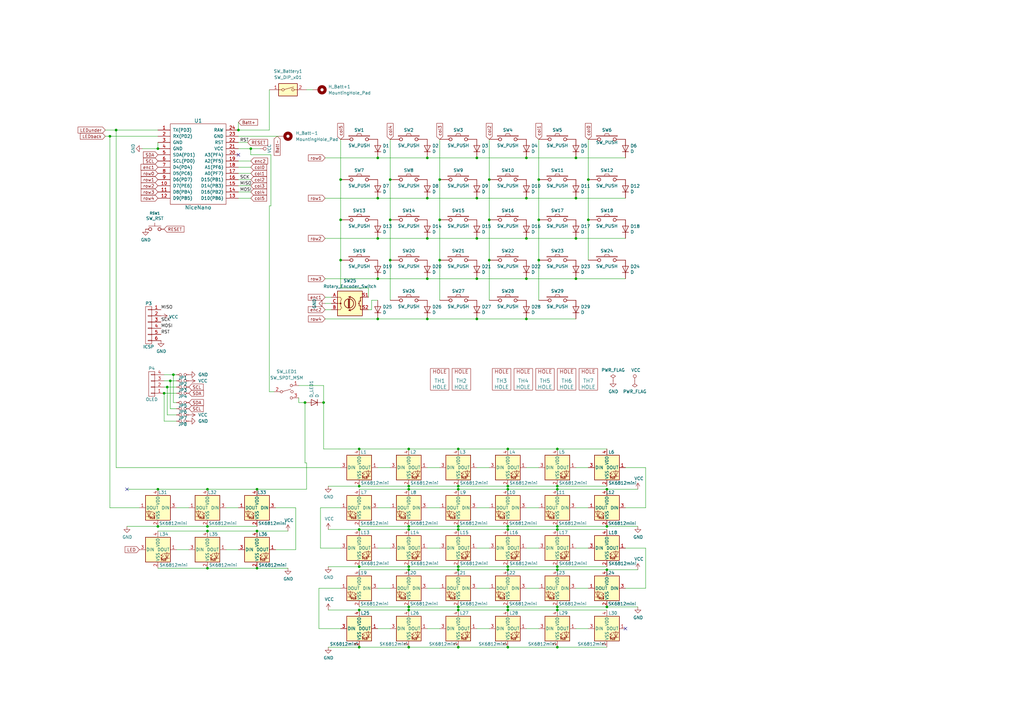
<source format=kicad_sch>
(kicad_sch (version 20211123) (generator eeschema)
  (paper "A3")
  (junction (at 187.96 199.39))
  (junction (at 228.6 233.68))
  (junction (at 228.6 265.43))
  (junction (at 154.94 81.28))
  (junction (at 187.96 232.41))
  (junction (at 228.6 250.19))
  (junction (at 154.94 114.3))
  (junction (at 187.96 233.68))
  (junction (at 215.9 114.3))
  (junction (at 45.085 55.88))
  (junction (at 105.41 200.66))
  (junction (at 220.98 106.68))
  (junction (at 187.96 250.19))
  (junction (at 85.09 215.9))
  (junction (at 187.96 215.9))
  (junction (at 236.22 114.3))
  (junction (at 175.26 81.28))
  (junction (at 208.28 248.92))
  (junction (at 208.28 233.68))
  (junction (at 85.09 233.045))
  (junction (at 85.09 200.66))
  (junction (at 180.34 73.66))
  (junction (at 228.6 200.66))
  (junction (at 187.96 200.66))
  (junction (at 228.6 199.39))
  (junction (at 167.64 233.68))
  (junction (at 248.92 215.9))
  (junction (at 167.64 199.39))
  (junction (at 102.87 60.96))
  (junction (at 208.28 217.17))
  (junction (at 200.66 73.66))
  (junction (at 175.26 130.81))
  (junction (at 200.66 90.17))
  (junction (at 147.32 250.19))
  (junction (at 154.94 97.79))
  (junction (at 228.6 232.41))
  (junction (at 175.26 64.77))
  (junction (at 236.22 64.77))
  (junction (at 187.96 248.92))
  (junction (at 47.625 53.34))
  (junction (at 147.32 265.43))
  (junction (at 105.41 217.805))
  (junction (at 195.58 64.77))
  (junction (at 215.9 130.81))
  (junction (at 167.64 250.19))
  (junction (at 167.64 265.43))
  (junction (at 241.3 73.66))
  (junction (at 147.32 217.17))
  (junction (at 71.12 153.67))
  (junction (at 208.28 215.9))
  (junction (at 228.6 248.92))
  (junction (at 175.26 114.3))
  (junction (at 228.6 215.9))
  (junction (at 167.64 215.9))
  (junction (at 147.32 184.15))
  (junction (at 208.28 200.66))
  (junction (at 236.22 97.79))
  (junction (at 248.92 200.66))
  (junction (at 215.9 64.77))
  (junction (at 228.6 217.17))
  (junction (at 187.96 217.17))
  (junction (at 248.92 233.68))
  (junction (at 67.31 161.29))
  (junction (at 220.98 90.17))
  (junction (at 200.66 106.68))
  (junction (at 175.26 97.79))
  (junction (at 97.79 53.34))
  (junction (at 125.095 165.1))
  (junction (at 139.7 73.66))
  (junction (at 147.32 199.39))
  (junction (at 167.64 248.92))
  (junction (at 147.32 232.41))
  (junction (at 241.3 90.17))
  (junction (at 187.96 184.15))
  (junction (at 154.94 130.81))
  (junction (at 64.77 215.9))
  (junction (at 208.28 250.19))
  (junction (at 220.98 73.66))
  (junction (at 215.9 97.79))
  (junction (at 195.58 81.28))
  (junction (at 208.28 232.41))
  (junction (at 85.09 217.805))
  (junction (at 105.41 233.045))
  (junction (at 68.58 158.75))
  (junction (at 139.7 90.17))
  (junction (at 208.28 199.39))
  (junction (at 167.64 200.66))
  (junction (at 248.92 248.92))
  (junction (at 154.94 64.77))
  (junction (at 64.77 60.96))
  (junction (at 64.77 200.66))
  (junction (at 160.02 73.66))
  (junction (at 195.58 97.79))
  (junction (at 167.64 184.15))
  (junction (at 180.34 106.68))
  (junction (at 160.02 106.68))
  (junction (at 69.85 156.21))
  (junction (at 167.64 217.17))
  (junction (at 208.28 184.15))
  (junction (at 215.9 81.28))
  (junction (at 195.58 130.81))
  (junction (at 236.22 81.28))
  (junction (at 208.28 265.43))
  (junction (at 195.58 114.3))
  (junction (at 132.715 165.1))
  (junction (at 167.64 232.41))
  (junction (at 160.02 90.17))
  (junction (at 228.6 184.15))
  (junction (at 180.34 90.17))
  (junction (at 139.7 106.68))
  (junction (at 187.96 265.43))
  (no_connect (at 97.79 63.5))
  (no_connect (at 52.07 200.66))
  (no_connect (at 256.54 257.81))
  (wire (pts (xy 154.94 97.79) (xy 133.35 97.79)))
  (wire (pts (xy 215.9 130.81) (xy 236.22 130.81)))
  (wire (pts (xy 72.39 165.1) (xy 71.12 165.1)))
  (wire (pts (xy 133.35 127) (xy 135.89 127)))
  (wire (pts (xy 208.28 215.9) (xy 228.6 215.9)))
  (wire (pts (xy 248.92 233.68) (xy 261.62 233.68)))
  (wire (pts (xy 187.96 265.43) (xy 208.28 265.43)))
  (wire (pts (xy 187.96 233.68) (xy 208.28 233.68)))
  (wire (pts (xy 167.64 233.68) (xy 187.96 233.68)))
  (wire (pts (xy 180.34 73.66) (xy 180.34 90.17)))
  (wire (pts (xy 187.96 232.41) (xy 208.28 232.41)))
  (wire (pts (xy 71.12 153.67) (xy 71.12 165.1)))
  (wire (pts (xy 208.28 248.92) (xy 228.6 248.92)))
  (wire (pts (xy 236.22 257.81) (xy 241.3 257.81)))
  (wire (pts (xy 133.35 130.81) (xy 154.94 130.81)))
  (wire (pts (xy 152.4 127) (xy 152.4 123.19)))
  (wire (pts (xy 154.94 241.3) (xy 160.02 241.3)))
  (wire (pts (xy 139.7 106.68) (xy 139.7 118.11)))
  (wire (pts (xy 147.32 200.66) (xy 167.64 200.66)))
  (wire (pts (xy 236.22 241.3) (xy 241.3 241.3)))
  (wire (pts (xy 228.6 248.92) (xy 248.92 248.92)))
  (wire (pts (xy 154.94 257.81) (xy 160.02 257.81)))
  (wire (pts (xy 154.94 208.28) (xy 160.02 208.28)))
  (wire (pts (xy 228.6 265.43) (xy 248.92 265.43)))
  (wire (pts (xy 228.6 232.41) (xy 248.92 232.41)))
  (wire (pts (xy 175.26 97.79) (xy 154.94 97.79)))
  (wire (pts (xy 147.32 265.43) (xy 167.64 265.43)))
  (wire (pts (xy 111.125 63.5) (xy 102.87 63.5)))
  (wire (pts (xy 147.32 184.15) (xy 167.64 184.15)))
  (wire (pts (xy 195.58 97.79) (xy 215.9 97.79)))
  (wire (pts (xy 241.3 73.66) (xy 241.3 57.15)))
  (wire (pts (xy 167.64 248.92) (xy 147.32 248.92)))
  (wire (pts (xy 228.6 184.15) (xy 248.92 184.15)))
  (wire (pts (xy 47.625 191.77) (xy 139.7 191.77)))
  (wire (pts (xy 97.79 53.34) (xy 110.49 53.34)))
  (wire (pts (xy 208.28 232.41) (xy 228.6 232.41)))
  (wire (pts (xy 97.79 73.66) (xy 102.87 73.66)))
  (wire (pts (xy 208.28 200.66) (xy 228.6 200.66)))
  (wire (pts (xy 154.94 114.3) (xy 133.35 114.3)))
  (wire (pts (xy 102.87 81.28) (xy 97.79 81.28)))
  (wire (pts (xy 122.555 158.115) (xy 132.715 158.115)))
  (wire (pts (xy 175.26 208.28) (xy 180.34 208.28)))
  (wire (pts (xy 215.9 81.28) (xy 236.22 81.28)))
  (wire (pts (xy 195.58 241.3) (xy 200.66 241.3)))
  (wire (pts (xy 64.77 58.42) (xy 64.77 60.96)))
  (wire (pts (xy 152.4 123.19) (xy 154.94 123.19)))
  (wire (pts (xy 105.41 200.66) (xy 125.73 200.66)))
  (wire (pts (xy 236.22 97.79) (xy 256.54 97.79)))
  (wire (pts (xy 132.715 158.115) (xy 132.715 165.1)))
  (wire (pts (xy 241.3 90.17) (xy 241.3 73.66)))
  (wire (pts (xy 215.9 208.28) (xy 220.98 208.28)))
  (wire (pts (xy 130.81 257.81) (xy 139.7 257.81)))
  (wire (pts (xy 208.28 199.39) (xy 228.6 199.39)))
  (wire (pts (xy 122.555 163.195) (xy 122.555 165.1)))
  (wire (pts (xy 175.26 114.3) (xy 195.58 114.3)))
  (wire (pts (xy 175.26 81.28) (xy 195.58 81.28)))
  (wire (pts (xy 132.715 165.1) (xy 132.715 184.15)))
  (wire (pts (xy 134.62 265.43) (xy 147.32 265.43)))
  (wire (pts (xy 45.085 55.88) (xy 64.77 55.88)))
  (wire (pts (xy 175.26 224.79) (xy 180.34 224.79)))
  (wire (pts (xy 85.09 217.805) (xy 64.77 217.805)))
  (wire (pts (xy 131.445 208.28) (xy 131.445 224.79)))
  (wire (pts (xy 139.7 208.28) (xy 131.445 208.28)))
  (wire (pts (xy 45.085 208.28) (xy 57.15 208.28)))
  (wire (pts (xy 236.22 64.77) (xy 256.54 64.77)))
  (wire (pts (xy 187.96 217.17) (xy 208.28 217.17)))
  (wire (pts (xy 228.6 199.39) (xy 248.92 199.39)))
  (wire (pts (xy 167.64 184.15) (xy 187.96 184.15)))
  (wire (pts (xy 134.62 232.41) (xy 147.32 232.41)))
  (wire (pts (xy 160.02 106.68) (xy 160.02 123.19)))
  (wire (pts (xy 105.41 217.805) (xy 85.09 217.805)))
  (wire (pts (xy 220.98 57.15) (xy 220.98 73.66)))
  (wire (pts (xy 110.49 160.655) (xy 112.395 160.655)))
  (wire (pts (xy 175.26 64.77) (xy 195.58 64.77)))
  (wire (pts (xy 236.22 191.77) (xy 241.3 191.77)))
  (wire (pts (xy 236.22 81.28) (xy 256.54 81.28)))
  (wire (pts (xy 105.41 217.805) (xy 118.11 217.805)))
  (wire (pts (xy 85.09 215.9) (xy 105.41 215.9)))
  (wire (pts (xy 68.58 158.75) (xy 72.39 158.75)))
  (wire (pts (xy 175.26 81.28) (xy 154.94 81.28)))
  (wire (pts (xy 167.64 200.66) (xy 187.96 200.66)))
  (wire (pts (xy 114.3 55.88) (xy 97.79 55.88)))
  (wire (pts (xy 167.64 232.41) (xy 187.96 232.41)))
  (wire (pts (xy 208.28 233.68) (xy 228.6 233.68)))
  (wire (pts (xy 97.79 68.58) (xy 102.87 68.58)))
  (wire (pts (xy 102.87 71.12) (xy 97.79 71.12)))
  (wire (pts (xy 154.94 224.79) (xy 160.02 224.79)))
  (wire (pts (xy 47.625 53.34) (xy 47.625 191.77)))
  (wire (pts (xy 106.68 60.96) (xy 102.87 60.96)))
  (wire (pts (xy 248.92 200.66) (xy 261.62 200.66)))
  (wire (pts (xy 220.98 106.68) (xy 220.98 90.17)))
  (wire (pts (xy 187.96 199.39) (xy 208.28 199.39)))
  (wire (pts (xy 175.26 241.3) (xy 180.34 241.3)))
  (wire (pts (xy 175.26 64.77) (xy 154.94 64.77)))
  (wire (pts (xy 180.34 57.15) (xy 180.34 73.66)))
  (wire (pts (xy 236.22 224.79) (xy 241.3 224.79)))
  (wire (pts (xy 187.96 265.43) (xy 167.64 265.43)))
  (wire (pts (xy 47.625 53.34) (xy 64.77 53.34)))
  (wire (pts (xy 67.31 156.21) (xy 69.85 156.21)))
  (wire (pts (xy 160.02 73.66) (xy 160.02 90.17)))
  (wire (pts (xy 215.9 224.79) (xy 220.98 224.79)))
  (wire (pts (xy 92.71 225.425) (xy 97.79 225.425)))
  (wire (pts (xy 151.13 121.92) (xy 151.13 118.11)))
  (wire (pts (xy 72.39 225.425) (xy 77.47 225.425)))
  (wire (pts (xy 175.26 130.81) (xy 195.58 130.81)))
  (wire (pts (xy 208.28 217.17) (xy 228.6 217.17)))
  (wire (pts (xy 72.39 170.18) (xy 68.58 170.18)))
  (wire (pts (xy 195.58 257.81) (xy 200.66 257.81)))
  (wire (pts (xy 122.555 165.1) (xy 125.095 165.1)))
  (wire (pts (xy 85.09 200.66) (xy 105.41 200.66)))
  (wire (pts (xy 64.77 200.66) (xy 85.09 200.66)))
  (wire (pts (xy 67.31 161.29) (xy 67.31 172.72)))
  (wire (pts (xy 215.9 97.79) (xy 236.22 97.79)))
  (wire (pts (xy 167.64 217.17) (xy 187.96 217.17)))
  (wire (pts (xy 85.09 233.045) (xy 64.77 233.045)))
  (wire (pts (xy 200.66 73.66) (xy 200.66 90.17)))
  (wire (pts (xy 228.6 217.17) (xy 248.92 217.17)))
  (wire (pts (xy 69.85 167.64) (xy 72.39 167.64)))
  (wire (pts (xy 97.79 76.2) (xy 102.87 76.2)))
  (wire (pts (xy 175.26 114.3) (xy 154.94 114.3)))
  (wire (pts (xy 195.58 130.81) (xy 215.9 130.81)))
  (wire (pts (xy 113.03 208.28) (xy 121.285 208.28)))
  (wire (pts (xy 147.32 250.19) (xy 167.64 250.19)))
  (wire (pts (xy 200.66 106.68) (xy 200.66 123.19)))
  (wire (pts (xy 241.3 90.17) (xy 241.3 106.68)))
  (wire (pts (xy 236.22 114.3) (xy 256.54 114.3)))
  (wire (pts (xy 264.795 224.79) (xy 264.795 241.3)))
  (wire (pts (xy 67.31 161.29) (xy 72.39 161.29)))
  (wire (pts (xy 167.64 250.19) (xy 187.96 250.19)))
  (wire (pts (xy 125.095 189.865) (xy 125.73 189.865)))
  (wire (pts (xy 180.34 90.17) (xy 180.34 106.68)))
  (wire (pts (xy 67.31 158.75) (xy 68.58 158.75)))
  (wire (pts (xy 52.07 215.9) (xy 64.77 215.9)))
  (wire (pts (xy 187.96 184.15) (xy 208.28 184.15)))
  (wire (pts (xy 264.795 191.77) (xy 264.795 208.28)))
  (wire (pts (xy 92.71 208.28) (xy 97.79 208.28)))
  (wire (pts (xy 105.41 233.045) (xy 118.11 233.045)))
  (wire (pts (xy 154.94 130.81) (xy 175.26 130.81)))
  (wire (pts (xy 236.22 64.77) (xy 215.9 64.77)))
  (wire (pts (xy 125.095 165.1) (xy 125.095 189.865)))
  (wire (pts (xy 154.94 81.28) (xy 133.35 81.28)))
  (wire (pts (xy 139.7 73.66) (xy 139.7 90.17)))
  (wire (pts (xy 167.64 199.39) (xy 187.96 199.39)))
  (wire (pts (xy 67.31 153.67) (xy 71.12 153.67)))
  (wire (pts (xy 133.35 121.92) (xy 135.89 121.92)))
  (wire (pts (xy 121.285 225.425) (xy 113.03 225.425)))
  (wire (pts (xy 151.13 127) (xy 152.4 127)))
  (wire (pts (xy 200.66 90.17) (xy 200.66 106.68)))
  (wire (pts (xy 110.49 84.455) (xy 111.125 84.455)))
  (wire (pts (xy 68.58 170.18) (xy 68.58 158.75)))
  (wire (pts (xy 195.58 208.28) (xy 200.66 208.28)))
  (wire (pts (xy 167.64 248.92) (xy 187.96 248.92)))
  (wire (pts (xy 248.92 248.92) (xy 261.62 248.92)))
  (wire (pts (xy 134.62 217.17) (xy 147.32 217.17)))
  (wire (pts (xy 215.9 241.3) (xy 220.98 241.3)))
  (wire (pts (xy 132.715 184.15) (xy 147.32 184.15)))
  (wire (pts (xy 97.79 66.04) (xy 102.87 66.04)))
  (wire (pts (xy 43.18 53.34) (xy 47.625 53.34)))
  (wire (pts (xy 45.085 55.88) (xy 45.085 208.28)))
  (wire (pts (xy 139.7 57.15) (xy 139.7 73.66)))
  (wire (pts (xy 228.6 215.9) (xy 248.92 215.9)))
  (wire (pts (xy 208.28 250.19) (xy 228.6 250.19)))
  (wire (pts (xy 215.9 257.81) (xy 220.98 257.81)))
  (wire (pts (xy 195.58 64.77) (xy 215.9 64.77)))
  (wire (pts (xy 43.18 55.88) (xy 45.085 55.88)))
  (wire (pts (xy 195.58 191.77) (xy 200.66 191.77)))
  (wire (pts (xy 256.54 224.79) (xy 264.795 224.79)))
  (wire (pts (xy 102.87 63.5) (xy 102.87 60.96)))
  (wire (pts (xy 187.96 200.66) (xy 208.28 200.66)))
  (wire (pts (xy 228.6 200.66) (xy 248.92 200.66)))
  (wire (pts (xy 195.58 81.28) (xy 215.9 81.28)))
  (wire (pts (xy 175.26 191.77) (xy 180.34 191.77)))
  (wire (pts (xy 256.54 191.77) (xy 264.795 191.77)))
  (wire (pts (xy 215.9 114.3) (xy 236.22 114.3)))
  (wire (pts (xy 102.87 78.74) (xy 97.79 78.74)))
  (wire (pts (xy 154.94 64.77) (xy 133.35 64.77)))
  (wire (pts (xy 167.64 232.41) (xy 147.32 232.41)))
  (wire (pts (xy 167.64 215.9) (xy 187.96 215.9)))
  (wire (pts (xy 147.32 233.68) (xy 167.64 233.68)))
  (wire (pts (xy 110.49 84.455) (xy 110.49 160.655)))
  (wire (pts (xy 200.66 57.15) (xy 200.66 73.66)))
  (wire (pts (xy 160.02 90.17) (xy 160.02 106.68)))
  (wire (pts (xy 160.02 57.15) (xy 160.02 73.66)))
  (wire (pts (xy 187.96 215.9) (xy 208.28 215.9)))
  (wire (pts (xy 228.6 250.19) (xy 248.92 250.19)))
  (wire (pts (xy 52.07 200.66) (xy 64.77 200.66)))
  (wire (pts (xy 125.73 200.66) (xy 125.73 189.865)))
  (wire (pts (xy 139.7 90.17) (xy 139.7 106.68)))
  (wire (pts (xy 195.58 114.3) (xy 215.9 114.3)))
  (wire (pts (xy 147.32 217.17) (xy 167.64 217.17)))
  (wire (pts (xy 175.26 97.79) (xy 195.58 97.79)))
  (wire (pts (xy 228.6 233.68) (xy 248.92 233.68)))
  (wire (pts (xy 102.87 60.96) (xy 97.79 60.96)))
  (wire (pts (xy 97.79 50.165) (xy 97.79 53.34)))
  (wire (pts (xy 248.92 215.9) (xy 261.62 215.9)))
  (wire (pts (xy 264.795 208.28) (xy 256.54 208.28)))
  (wire (pts (xy 110.49 53.34) (xy 110.49 36.83)))
  (wire (pts (xy 64.77 215.9) (xy 85.09 215.9)))
  (wire (pts (xy 215.9 191.77) (xy 220.98 191.77)))
  (wire (pts (xy 134.62 250.19) (xy 147.32 250.19)))
  (wire (pts (xy 67.31 172.72) (xy 72.39 172.72)))
  (wire (pts (xy 139.7 241.3) (xy 130.81 241.3)))
  (wire (pts (xy 264.795 241.3) (xy 256.54 241.3)))
  (wire (pts (xy 167.64 199.39) (xy 147.32 199.39)))
  (wire (pts (xy 101.6 58.42) (xy 97.79 58.42)))
  (wire (pts (xy 236.22 208.28) (xy 241.3 208.28)))
  (wire (pts (xy 69.85 156.21) (xy 69.85 167.64)))
  (wire (pts (xy 154.94 191.77) (xy 160.02 191.77)))
  (wire (pts (xy 195.58 224.79) (xy 200.66 224.79)))
  (wire (pts (xy 180.34 106.68) (xy 180.34 123.19)))
  (wire (pts (xy 151.13 118.11) (xy 139.7 118.11)))
  (wire (pts (xy 220.98 106.68) (xy 220.98 123.19)))
  (wire (pts (xy 167.64 215.9) (xy 147.32 215.9)))
  (wire (pts (xy 64.77 60.96) (xy 58.42 60.96)))
  (wire (pts (xy 175.26 257.81) (xy 180.34 257.81)))
  (wire (pts (xy 72.39 156.21) (xy 69.85 156.21)))
  (wire (pts (xy 133.35 124.46) (xy 135.89 124.46)))
  (wire (pts (xy 72.39 153.67) (xy 71.12 153.67)))
  (wire (pts (xy 125.73 36.83) (xy 128.27 36.83)))
  (wire (pts (xy 130.81 241.3) (xy 130.81 257.81)))
  (wire (pts (xy 208.28 265.43) (xy 228.6 265.43)))
  (wire (pts (xy 105.41 233.045) (xy 85.09 233.045)))
  (wire (pts (xy 111.125 84.455) (xy 111.125 63.5)))
  (wire (pts (xy 187.96 250.19) (xy 208.28 250.19)))
  (wire (pts (xy 121.285 225.425) (xy 121.285 208.28)))
  (wire (pts (xy 72.39 208.28) (xy 77.47 208.28)))
  (wire (pts (xy 220.98 73.66) (xy 220.98 90.17)))
  (wire (pts (xy 131.445 224.79) (xy 139.7 224.79)))
  (wire (pts (xy 134.62 199.39) (xy 147.32 199.39)))
  (wire (pts (xy 187.96 248.92) (xy 208.28 248.92)))
  (wire (pts (xy 208.28 184.15) (xy 228.6 184.15)))
  (label "MISO" (at 98.425 76.2 0))
  (label "RST" (at 98.425 58.42 0))
  (label "MOSI" (at 66.04 134.62 0))
  (label "SCK" (at 98.425 73.66 0))
  (label "MISO" (at 66.04 127 0))
  (label "RST" (at 66.04 137.16 0))
  (label "SCK" (at 66.04 132.08 0))
  (label "MOSI" (at 98.425 78.74 0))
  (global_label "col4" (shape input) (at 160.02 57.15 90) (property "Intersheet References" "${INTERSHEET_REFS}" (effects hide)))
  (global_label "col5" (shape input) (at 102.87 81.28 0) (property "Intersheet References" "${INTERSHEET_REFS}" (effects hide)))
  (global_label "row1" (shape input) (at 133.35 81.28 180) (property "Intersheet References" "${INTERSHEET_REFS}" (effects hide)))
  (global_label "col2" (shape input) (at 102.87 73.66 0) (property "Intersheet References" "${INTERSHEET_REFS}" (effects hide)))
  (global_label "Batt+" (shape input) (at 97.79 50.165 0) (property "Intersheet References" "${INTERSHEET_REFS}" (effects hide)))
  (global_label "LEDunder" (shape input) (at 43.18 53.34 180) (property "Intersheet References" "${INTERSHEET_REFS}" (effects hide)))
  (global_label "enc1" (shape input) (at 133.35 121.92 180) (property "Intersheet References" "${INTERSHEET_REFS}" (effects hide)))
  (global_label "SCL" (shape input) (at 64.77 66.04 180) (property "Intersheet References" "${INTERSHEET_REFS}" (effects hide)))
  (global_label "SDA" (shape input) (at 77.47 165.1 0) (property "Intersheet References" "${INTERSHEET_REFS}" (effects hide)))
  (global_label "row4" (shape input) (at 133.35 130.81 180) (property "Intersheet References" "${INTERSHEET_REFS}" (effects hide)))
  (global_label "SDA" (shape input) (at 77.47 161.29 0) (property "Intersheet References" "${INTERSHEET_REFS}" (effects hide)))
  (global_label "col1" (shape input) (at 220.98 57.15 90) (property "Intersheet References" "${INTERSHEET_REFS}" (effects hide)))
  (global_label "col0" (shape input) (at 102.87 68.58 0) (property "Intersheet References" "${INTERSHEET_REFS}" (effects hide)))
  (global_label "LED" (shape input) (at 57.15 225.425 180) (property "Intersheet References" "${INTERSHEET_REFS}" (effects hide)))
  (global_label "enc1" (shape input) (at 64.77 68.58 180) (property "Intersheet References" "${INTERSHEET_REFS}" (effects hide)))
  (global_label "col2" (shape input) (at 200.66 57.15 90) (property "Intersheet References" "${INTERSHEET_REFS}" (effects hide)))
  (global_label "col4" (shape input) (at 102.87 78.74 0) (property "Intersheet References" "${INTERSHEET_REFS}" (effects hide)))
  (global_label "enc2" (shape input) (at 102.87 66.04 0) (property "Intersheet References" "${INTERSHEET_REFS}" (effects hide)))
  (global_label "RESET" (shape input) (at 101.6 58.42 0) (property "Intersheet References" "${INTERSHEET_REFS}" (effects hide)))
  (global_label "row2" (shape input) (at 133.35 97.79 180) (property "Intersheet References" "${INTERSHEET_REFS}" (effects hide)))
  (global_label "LEDback" (shape input) (at 43.18 55.88 180) (property "Intersheet References" "${INTERSHEET_REFS}" (effects hide)))
  (global_label "SCL" (shape input) (at 77.47 158.75 0) (property "Intersheet References" "${INTERSHEET_REFS}" (effects hide)))
  (global_label "row2" (shape input) (at 64.77 76.2 180) (property "Intersheet References" "${INTERSHEET_REFS}" (effects hide)))
  (global_label "col1" (shape input) (at 102.87 71.12 0) (property "Intersheet References" "${INTERSHEET_REFS}" (effects hide)))
  (global_label "col5" (shape input) (at 139.7 57.15 90) (property "Intersheet References" "${INTERSHEET_REFS}" (effects hide)))
  (global_label "Batt-" (shape input) (at 113.665 55.88 270) (property "Intersheet References" "${INTERSHEET_REFS}" (effects hide)))
  (global_label "row1" (shape input) (at 64.77 73.66 180) (property "Intersheet References" "${INTERSHEET_REFS}" (effects hide)))
  (global_label "RESET" (shape input) (at 67.31 93.98 0) (property "Intersheet References" "${INTERSHEET_REFS}" (effects hide)))
  (global_label "col3" (shape input) (at 102.87 76.2 0) (property "Intersheet References" "${INTERSHEET_REFS}" (effects hide)))
  (global_label "row0" (shape input) (at 64.77 71.12 180) (property "Intersheet References" "${INTERSHEET_REFS}" (effects hide)))
  (global_label "SDA" (shape input) (at 64.77 63.5 180) (property "Intersheet References" "${INTERSHEET_REFS}" (effects hide)))
  (global_label "col0" (shape input) (at 241.3 57.15 90) (property "Intersheet References" "${INTERSHEET_REFS}" (effects hide)))
  (global_label "row0" (shape input) (at 133.35 64.77 180) (property "Intersheet References" "${INTERSHEET_REFS}" (effects hide)))
  (global_label "row4" (shape input) (at 64.77 81.28 180) (property "Intersheet References" "${INTERSHEET_REFS}" (effects hide)))
  (global_label "SCL" (shape input) (at 77.47 167.64 0) (property "Intersheet References" "${INTERSHEET_REFS}" (effects hide)))
  (global_label "row3" (shape input) (at 133.35 114.3 180) (property "Intersheet References" "${INTERSHEET_REFS}" (effects hide)))
  (global_label "col3" (shape input) (at 180.34 57.15 90) (property "Intersheet References" "${INTERSHEET_REFS}" (effects hide)))
  (global_label "row3" (shape input) (at 64.77 78.74 180) (property "Intersheet References" "${INTERSHEET_REFS}" (effects hide)))
  (global_label "enc2" (shape input) (at 133.35 127 180) (property "Intersheet References" "${INTERSHEET_REFS}" (effects hide)))
  (symbol (lib_id "Lily58-rescue:ProMicro_2-Lily58-cache") (at 81.28 67.31 0) (unit 1)
    (property "Reference" "U1" (at 81.28 49.53 0) (effects (font (size 1.524 1.524))))
    (property "Value" "NiceNano" (at 81.28 85.09 0) (effects (font (size 1.524 1.524))))
    (property "Footprint" "Lily58-footprint:ProMicro_rev2" (effects hide))
  )
  (symbol (lib_id "Lily58-rescue:SW_PUSH-Lily58-cache") (at 167.64 123.19 0) (unit 1)
    (property "Reference" "SW26" (at 167.64 119.38 0))
    (property "Value" "SW_PUSH" (at 167.64 125.73 0))
    (property "Footprint" "Lily58-footprint:MX_Socket_18mm" (effects hide))
  )
  (symbol (lib_id "Lily58-rescue:SW_PUSH-Lily58-cache") (at 147.32 57.15 0) (unit 1)
    (property "Reference" "SW1" (at 147.32 53.34 0))
    (property "Value" "SW_PUSH" (at 147.32 59.69 0))
    (property "Footprint" "Lily58-footprint:MX_Socket_18mm" (effects hide))
  )
  (symbol (lib_id "Lily58-rescue:D-Lily58-cache") (at 154.94 60.96 90) (unit 1)
    (property "Reference" "D1" (at 156.9466 59.7916 90) (effects (justify right)))
    (property "Value" "D" (at 156.9466 62.103 90) (effects (justify right)))
    (property "Footprint" "Diode_THT:D_A-405_P7.62mm_Horizontal" (effects hide))
  )
  (symbol (lib_id "Lily58-rescue:SW_PUSH-Lily58-cache") (at 167.64 57.15 0) (unit 1)
    (property "Reference" "SW2" (at 167.64 53.34 0))
    (property "Value" "SW_PUSH" (at 167.64 59.69 0))
    (property "Footprint" "Lily58-footprint:MX_Socket_18mm" (effects hide))
  )
  (symbol (lib_id "Lily58-rescue:D-Lily58-cache") (at 175.26 60.96 90) (unit 1)
    (property "Reference" "D2" (at 177.2666 59.7916 90) (effects (justify right)))
    (property "Value" "D" (at 177.2666 62.103 90) (effects (justify right)))
    (property "Footprint" "Diode_THT:D_A-405_P7.62mm_Horizontal" (effects hide))
  )
  (symbol (lib_id "Lily58-rescue:SW_PUSH-Lily58-cache") (at 187.96 57.15 0) (unit 1)
    (property "Reference" "SW3" (at 187.96 53.34 0))
    (property "Value" "SW_PUSH" (at 187.96 59.69 0))
    (property "Footprint" "Lily58-footprint:MX_Socket_18mm" (effects hide))
  )
  (symbol (lib_id "Lily58-rescue:D-Lily58-cache") (at 195.58 60.96 90) (unit 1)
    (property "Reference" "D3" (at 197.5866 59.7916 90) (effects (justify right)))
    (property "Value" "D" (at 197.5866 62.103 90) (effects (justify right)))
    (property "Footprint" "Diode_THT:D_A-405_P7.62mm_Horizontal" (effects hide))
  )
  (symbol (lib_id "Lily58-rescue:SW_PUSH-Lily58-cache") (at 208.28 57.15 0) (unit 1)
    (property "Reference" "SW4" (at 208.28 53.34 0))
    (property "Value" "SW_PUSH" (at 208.28 59.69 0))
    (property "Footprint" "Lily58-footprint:MX_Socket_18mm" (effects hide))
  )
  (symbol (lib_id "Lily58-rescue:D-Lily58-cache") (at 215.9 60.96 90) (unit 1)
    (property "Reference" "D4" (at 217.9066 59.7916 90) (effects (justify right)))
    (property "Value" "D" (at 217.9066 62.103 90) (effects (justify right)))
    (property "Footprint" "Diode_THT:D_A-405_P7.62mm_Horizontal" (effects hide))
  )
  (symbol (lib_id "Lily58-rescue:SW_PUSH-Lily58-cache") (at 228.6 57.15 0) (unit 1)
    (property "Reference" "SW5" (at 228.6 53.34 0))
    (property "Value" "SW_PUSH" (at 228.6 59.69 0))
    (property "Footprint" "Lily58-footprint:MX_Socket_18mm" (effects hide))
  )
  (symbol (lib_id "Lily58-rescue:D-Lily58-cache") (at 236.22 60.96 90) (unit 1)
    (property "Reference" "D5" (at 238.2266 59.7916 90) (effects (justify right)))
    (property "Value" "D" (at 238.2266 62.103 90) (effects (justify right)))
    (property "Footprint" "Diode_THT:D_A-405_P7.62mm_Horizontal" (effects hide))
  )
  (symbol (lib_id "Lily58-rescue:SW_PUSH-Lily58-cache") (at 248.92 57.15 0) (unit 1)
    (property "Reference" "SW6" (at 248.92 53.34 0))
    (property "Value" "SW_PUSH" (at 248.92 58.42 0))
    (property "Footprint" "Lily58-footprint:MX_Socket_18mm" (effects hide))
  )
  (symbol (lib_id "Lily58-rescue:D-Lily58-cache") (at 256.54 60.96 90) (unit 1)
    (property "Reference" "D6" (at 258.5466 59.7916 90) (effects (justify right)))
    (property "Value" "D" (at 258.5466 62.103 90) (effects (justify right)))
    (property "Footprint" "Diode_THT:D_A-405_P7.62mm_Horizontal" (effects hide))
  )
  (symbol (lib_id "Lily58-rescue:SW_PUSH-Lily58-cache") (at 167.64 73.66 0) (unit 1)
    (property "Reference" "SW8" (at 167.64 69.85 0))
    (property "Value" "SW_PUSH" (at 167.64 76.2 0))
    (property "Footprint" "Lily58-footprint:MX_Socket_18mm" (effects hide))
  )
  (symbol (lib_id "Lily58-rescue:SW_PUSH-Lily58-cache") (at 187.96 73.66 0) (unit 1)
    (property "Reference" "SW9" (at 187.96 69.85 0))
    (property "Value" "SW_PUSH" (at 187.96 76.2 0))
    (property "Footprint" "Lily58-footprint:MX_Socket_18mm" (effects hide))
  )
  (symbol (lib_id "Lily58-rescue:SW_PUSH-Lily58-cache") (at 208.28 73.66 0) (unit 1)
    (property "Reference" "SW10" (at 208.28 69.85 0))
    (property "Value" "SW_PUSH" (at 208.28 76.2 0))
    (property "Footprint" "Lily58-footprint:MX_Socket_18mm" (effects hide))
  )
  (symbol (lib_id "Lily58-rescue:SW_PUSH-Lily58-cache") (at 228.6 73.66 0) (unit 1)
    (property "Reference" "SW11" (at 228.6 69.85 0))
    (property "Value" "SW_PUSH" (at 228.6 76.2 0))
    (property "Footprint" "Lily58-footprint:MX_Socket_18mm" (effects hide))
  )
  (symbol (lib_id "Lily58-rescue:SW_PUSH-Lily58-cache") (at 248.92 73.66 0) (unit 1)
    (property "Reference" "SW12" (at 248.92 69.85 0))
    (property "Value" "SW_PUSH" (at 248.92 76.2 0))
    (property "Footprint" "Lily58-footprint:MX_Socket_18mm" (effects hide))
  )
  (symbol (lib_id "Lily58-rescue:SW_PUSH-Lily58-cache") (at 147.32 73.66 0) (unit 1)
    (property "Reference" "SW7" (at 147.32 69.85 0))
    (property "Value" "SW_PUSH" (at 147.32 76.2 0))
    (property "Footprint" "Lily58-footprint:MX_Socket_18mm" (effects hide))
  )
  (symbol (lib_id "Lily58-rescue:D-Lily58-cache") (at 154.94 77.47 90) (unit 1)
    (property "Reference" "D7" (at 156.9466 76.3016 90) (effects (justify right)))
    (property "Value" "D" (at 156.9466 78.613 90) (effects (justify right)))
    (property "Footprint" "Diode_THT:D_A-405_P7.62mm_Horizontal" (effects hide))
  )
  (symbol (lib_id "Lily58-rescue:D-Lily58-cache") (at 175.26 77.47 90) (unit 1)
    (property "Reference" "D8" (at 177.2666 76.3016 90) (effects (justify right)))
    (property "Value" "D" (at 177.2666 78.613 90) (effects (justify right)))
    (property "Footprint" "Diode_THT:D_A-405_P7.62mm_Horizontal" (effects hide))
  )
  (symbol (lib_id "Lily58-rescue:D-Lily58-cache") (at 195.58 77.47 90) (unit 1)
    (property "Reference" "D9" (at 197.5866 76.3016 90) (effects (justify right)))
    (property "Value" "D" (at 197.5866 78.613 90) (effects (justify right)))
    (property "Footprint" "Diode_THT:D_A-405_P7.62mm_Horizontal" (effects hide))
  )
  (symbol (lib_id "Lily58-rescue:D-Lily58-cache") (at 215.9 77.47 90) (unit 1)
    (property "Reference" "D10" (at 217.9066 76.3016 90) (effects (justify right)))
    (property "Value" "D" (at 217.9066 78.613 90) (effects (justify right)))
    (property "Footprint" "Diode_THT:D_A-405_P7.62mm_Horizontal" (effects hide))
  )
  (symbol (lib_id "Lily58-rescue:D-Lily58-cache") (at 236.22 77.47 90) (unit 1)
    (property "Reference" "D11" (at 238.2266 76.3016 90) (effects (justify right)))
    (property "Value" "D" (at 238.2266 78.613 90) (effects (justify right)))
    (property "Footprint" "Diode_THT:D_A-405_P7.62mm_Horizontal" (effects hide))
  )
  (symbol (lib_id "Lily58-rescue:D-Lily58-cache") (at 256.54 77.47 90) (unit 1)
    (property "Reference" "D12" (at 258.5466 76.3016 90) (effects (justify right)))
    (property "Value" "D" (at 258.5466 78.613 90) (effects (justify right)))
    (property "Footprint" "Diode_THT:D_A-405_P7.62mm_Horizontal" (effects hide))
  )
  (symbol (lib_id "Lily58-rescue:SW_PUSH-Lily58-cache") (at 147.32 90.17 0) (unit 1)
    (property "Reference" "SW13" (at 147.32 86.36 0))
    (property "Value" "SW_PUSH" (at 147.32 92.71 0))
    (property "Footprint" "Lily58-footprint:MX_Socket_18mm" (effects hide))
  )
  (symbol (lib_id "Lily58-rescue:SW_PUSH-Lily58-cache") (at 167.64 90.17 0) (unit 1)
    (property "Reference" "SW14" (at 167.64 86.36 0))
    (property "Value" "SW_PUSH" (at 167.64 92.71 0))
    (property "Footprint" "Lily58-footprint:MX_Socket_18mm" (effects hide))
  )
  (symbol (lib_id "Lily58-rescue:SW_PUSH-Lily58-cache") (at 187.96 90.17 0) (unit 1)
    (property "Reference" "SW15" (at 187.96 86.36 0))
    (property "Value" "SW_PUSH" (at 187.96 92.71 0))
    (property "Footprint" "Lily58-footprint:MX_Socket_18mm" (effects hide))
  )
  (symbol (lib_id "Lily58-rescue:SW_PUSH-Lily58-cache") (at 208.28 90.17 0) (unit 1)
    (property "Reference" "SW16" (at 208.28 86.36 0))
    (property "Value" "SW_PUSH" (at 208.28 92.71 0))
    (property "Footprint" "Lily58-footprint:MX_Socket_18mm" (effects hide))
  )
  (symbol (lib_id "Lily58-rescue:SW_PUSH-Lily58-cache") (at 228.6 90.17 0) (unit 1)
    (property "Reference" "SW17" (at 228.6 86.36 0))
    (property "Value" "SW_PUSH" (at 228.6 92.71 0))
    (property "Footprint" "Lily58-footprint:MX_Socket_18mm" (effects hide))
  )
  (symbol (lib_id "Lily58-rescue:SW_PUSH-Lily58-cache") (at 248.92 90.17 0) (unit 1)
    (property "Reference" "SW18" (at 248.92 86.36 0))
    (property "Value" "SW_PUSH" (at 248.92 92.71 0))
    (property "Footprint" "Lily58-footprint:MX_Socket_18mm" (effects hide))
  )
  (symbol (lib_id "Lily58-rescue:D-Lily58-cache") (at 154.94 93.98 90) (unit 1)
    (property "Reference" "D13" (at 156.9466 92.8116 90) (effects (justify right)))
    (property "Value" "D" (at 156.9466 95.123 90) (effects (justify right)))
    (property "Footprint" "Diode_THT:D_A-405_P7.62mm_Horizontal" (effects hide))
  )
  (symbol (lib_id "Lily58-rescue:D-Lily58-cache") (at 175.26 93.98 90) (unit 1)
    (property "Reference" "D14" (at 177.2666 92.8116 90) (effects (justify right)))
    (property "Value" "D" (at 177.2666 95.123 90) (effects (justify right)))
    (property "Footprint" "Diode_THT:D_A-405_P7.62mm_Horizontal" (effects hide))
  )
  (symbol (lib_id "Lily58-rescue:D-Lily58-cache") (at 195.58 93.98 90) (unit 1)
    (property "Reference" "D15" (at 197.5866 92.8116 90) (effects (justify right)))
    (property "Value" "D" (at 197.5866 95.123 90) (effects (justify right)))
    (property "Footprint" "Diode_THT:D_A-405_P7.62mm_Horizontal" (effects hide))
  )
  (symbol (lib_id "Lily58-rescue:D-Lily58-cache") (at 215.9 93.98 90) (unit 1)
    (property "Reference" "D16" (at 217.9066 92.8116 90) (effects (justify right)))
    (property "Value" "D" (at 217.9066 95.123 90) (effects (justify right)))
    (property "Footprint" "Diode_THT:D_A-405_P7.62mm_Horizontal" (effects hide))
  )
  (symbol (lib_id "Lily58-rescue:D-Lily58-cache") (at 236.22 93.98 90) (unit 1)
    (property "Reference" "D17" (at 238.2266 92.8116 90) (effects (justify right)))
    (property "Value" "D" (at 238.2266 95.123 90) (effects (justify right)))
    (property "Footprint" "Diode_THT:D_A-405_P7.62mm_Horizontal" (effects hide))
  )
  (symbol (lib_id "Lily58-rescue:D-Lily58-cache") (at 256.54 93.98 90) (unit 1)
    (property "Reference" "D18" (at 258.5466 92.8116 90) (effects (justify right)))
    (property "Value" "D" (at 258.5466 95.123 90) (effects (justify right)))
    (property "Footprint" "Diode_THT:D_A-405_P7.62mm_Horizontal" (effects hide))
  )
  (symbol (lib_id "Lily58-rescue:SW_PUSH-Lily58-cache") (at 187.96 106.68 0) (unit 1)
    (property "Reference" "SW21" (at 187.96 102.87 0))
    (property "Value" "SW_PUSH" (at 187.96 109.22 0))
    (property "Footprint" "Lily58-footprint:MX_Socket_18mm" (effects hide))
  )
  (symbol (lib_id "Lily58-rescue:SW_PUSH-Lily58-cache") (at 208.28 106.68 0) (unit 1)
    (property "Reference" "SW22" (at 208.28 102.87 0))
    (property "Value" "SW_PUSH" (at 208.28 109.22 0))
    (property "Footprint" "Lily58-footprint:MX_Socket_18mm" (effects hide))
  )
  (symbol (lib_id "Lily58-rescue:SW_PUSH-Lily58-cache") (at 228.6 106.68 0) (unit 1)
    (property "Reference" "SW23" (at 228.6 102.87 0))
    (property "Value" "SW_PUSH" (at 228.6 109.22 0))
    (property "Footprint" "Lily58-footprint:MX_Socket_18mm" (effects hide))
  )
  (symbol (lib_id "Lily58-rescue:SW_PUSH-Lily58-cache") (at 248.92 106.68 0) (unit 1)
    (property "Reference" "SW24" (at 248.92 102.87 0))
    (property "Value" "SW_PUSH" (at 248.92 109.22 0))
    (property "Footprint" "Lily58-footprint:MX_Socket_18mm" (effects hide))
  )
  (symbol (lib_id "Lily58-rescue:SW_PUSH-Lily58-cache") (at 167.64 106.68 0) (unit 1)
    (property "Reference" "SW20" (at 167.64 102.87 0))
    (property "Value" "SW_PUSH" (at 167.64 109.22 0))
    (property "Footprint" "Lily58-footprint:MX_Socket_18mm" (effects hide))
  )
  (symbol (lib_id "Lily58-rescue:SW_PUSH-Lily58-cache") (at 147.32 106.68 0) (unit 1)
    (property "Reference" "SW19" (at 147.32 102.87 0))
    (property "Value" "SW_PUSH" (at 147.32 109.22 0))
    (property "Footprint" "Lily58-footprint:MX_Socket_18mm" (effects hide))
  )
  (symbol (lib_id "Lily58-rescue:D-Lily58-cache") (at 154.94 110.49 90) (unit 1)
    (property "Reference" "D19" (at 156.9466 109.3216 90) (effects (justify right)))
    (property "Value" "D" (at 156.9466 111.633 90) (effects (justify right)))
    (property "Footprint" "Diode_THT:D_A-405_P7.62mm_Horizontal" (effects hide))
  )
  (symbol (lib_id "Lily58-rescue:D-Lily58-cache") (at 175.26 110.49 90) (unit 1)
    (property "Reference" "D20" (at 177.2666 109.3216 90) (effects (justify right)))
    (property "Value" "D" (at 177.2666 111.633 90) (effects (justify right)))
    (property "Footprint" "Diode_THT:D_A-405_P7.62mm_Horizontal" (effects hide))
  )
  (symbol (lib_id "Lily58-rescue:D-Lily58-cache") (at 195.58 110.49 90) (unit 1)
    (property "Reference" "D21" (at 197.5866 109.3216 90) (effects (justify right)))
    (property "Value" "D" (at 197.5866 111.633 90) (effects (justify right)))
    (property "Footprint" "Diode_THT:D_A-405_P7.62mm_Horizontal" (effects hide))
  )
  (symbol (lib_id "Lily58-rescue:D-Lily58-cache") (at 215.9 110.49 90) (unit 1)
    (property "Reference" "D22" (at 217.9066 109.3216 90) (effects (justify right)))
    (property "Value" "D" (at 217.9066 111.633 90) (effects (justify right)))
    (property "Footprint" "Diode_THT:D_A-405_P7.62mm_Horizontal" (effects hide))
  )
  (symbol (lib_id "Lily58-rescue:D-Lily58-cache") (at 236.22 110.49 90) (unit 1)
    (property "Reference" "D23" (at 238.2266 109.3216 90) (effects (justify right)))
    (property "Value" "D" (at 238.2266 111.633 90) (effects (justify right)))
    (property "Footprint" "Diode_THT:D_A-405_P7.62mm_Horizontal" (effects hide))
  )
  (symbol (lib_id "Lily58-rescue:D-Lily58-cache") (at 256.54 110.49 90) (unit 1)
    (property "Reference" "D24" (at 258.5466 109.3216 90) (effects (justify right)))
    (property "Value" "D" (at 258.5466 111.633 90) (effects (justify right)))
    (property "Footprint" "Diode_THT:D_A-405_P7.62mm_Horizontal" (effects hide))
  )
  (symbol (lib_id "Lily58-rescue:SW_PUSH-Lily58-cache") (at 187.96 123.19 0) (unit 1)
    (property "Reference" "SW27" (at 187.96 119.38 0))
    (property "Value" "SW_PUSH" (at 187.96 125.73 0))
    (property "Footprint" "Lily58-footprint:MX_Socket_18mm" (effects hide))
  )
  (symbol (lib_id "Lily58-rescue:SW_PUSH-Lily58-cache") (at 208.28 123.19 0) (unit 1)
    (property "Reference" "SW28" (at 208.28 119.38 0))
    (property "Value" "SW_PUSH" (at 208.28 125.73 0))
    (property "Footprint" "Lily58-footprint:MX_Socket_18mm" (effects hide))
  )
  (symbol (lib_id "Lily58-rescue:SW_PUSH-Lily58-cache") (at 228.6 123.19 0) (unit 1)
    (property "Reference" "SW29" (at 228.6 119.38 0))
    (property "Value" "SW_PUSH" (at 228.6 125.73 0))
    (property "Footprint" "Lily58-footprint:MX_Socket_18mm" (effects hide))
  )
  (symbol (lib_id "Lily58-rescue:D-Lily58-cache") (at 154.94 127 90) (unit 1)
    (property "Reference" "D25" (at 156.9466 125.8316 90) (effects (justify right)))
    (property "Value" "D" (at 156.9466 128.143 90) (effects (justify right)))
    (property "Footprint" "Diode_THT:D_A-405_P7.62mm_Horizontal" (effects hide))
  )
  (symbol (lib_id "Lily58-rescue:D-Lily58-cache") (at 175.26 127 90) (unit 1)
    (property "Reference" "D26" (at 177.2666 125.8316 90) (effects (justify right)))
    (property "Value" "D" (at 177.2666 128.143 90) (effects (justify right)))
    (property "Footprint" "Diode_THT:D_A-405_P7.62mm_Horizontal" (effects hide))
  )
  (symbol (lib_id "Lily58-rescue:D-Lily58-cache") (at 195.58 127 90) (unit 1)
    (property "Reference" "D27" (at 197.5866 125.8316 90) (effects (justify right)))
    (property "Value" "D" (at 197.5866 128.143 90) (effects (justify right)))
    (property "Footprint" "Diode_THT:D_A-405_P7.62mm_Horizontal" (effects hide))
  )
  (symbol (lib_id "Lily58-rescue:D-Lily58-cache") (at 215.9 127 90) (unit 1)
    (property "Reference" "D28" (at 217.9066 125.8316 90) (effects (justify right)))
    (property "Value" "D" (at 217.9066 128.143 90) (effects (justify right)))
    (property "Footprint" "Diode_THT:D_A-405_P7.62mm_Horizontal" (effects hide))
  )
  (symbol (lib_id "Lily58-rescue:D-Lily58-cache") (at 236.22 127 90) (unit 1)
    (property "Reference" "D29" (at 238.2266 125.8316 90) (effects (justify right)))
    (property "Value" "D" (at 238.2266 128.143 90) (effects (justify right)))
    (property "Footprint" "Diode_THT:D_A-405_P7.62mm_Horizontal" (effects hide))
  )
  (symbol (lib_id "Lily58-rescue:VCC-Lily58-cache") (at 106.68 60.96 270) (unit 1)
    (property "Reference" "#PWR04" (effects hide))
    (property "Value" "VCC" (at 110.49 60.96 0))
  )
  (symbol (lib_id "Lily58-rescue:GND-Lily58-cache") (at 59.69 93.98 0) (unit 1)
    (property "Reference" "#PWR010" (effects hide))
    (property "Value" "GND" (at 59.817 98.3742 0))
  )
  (symbol (lib_id "Lily58-rescue:PWR_FLAG-Lily58-cache") (at 251.46 156.21 0) (unit 1)
    (property "Reference" "#FLG01" (effects hide))
    (property "Value" "PWR_FLAG" (at 251.46 151.7904 0))
  )
  (symbol (lib_id "Lily58-rescue:GND-Lily58-cache") (at 251.46 156.21 0) (unit 1)
    (property "Reference" "#PWR012" (effects hide))
    (property "Value" "GND" (at 251.587 160.6042 0))
  )
  (symbol (lib_id "Lily58-rescue:VCC-Lily58-cache") (at 260.35 156.21 0) (unit 1)
    (property "Reference" "#PWR013" (effects hide))
    (property "Value" "VCC" (at 260.7818 151.8158 0))
  )
  (symbol (lib_id "Lily58-rescue:PWR_FLAG-Lily58-cache") (at 260.35 156.21 180) (unit 1)
    (property "Reference" "#FLG02" (effects hide))
    (property "Value" "PWR_FLAG" (at 260.35 160.6042 0))
  )
  (symbol (lib_id "Lily58-rescue:HOLE-Lily58-cache") (at 180.34 156.21 0) (unit 1)
    (property "Reference" "TH1" (at 180.34 156.21 0) (effects (font (size 1.524 1.524))))
    (property "Value" "HOLE" (at 180.34 158.75 0) (effects (font (size 1.524 1.524))))
    (property "Footprint" "Lily58-footprint:HOLE_M2" (effects hide))
  )
  (symbol (lib_id "Lily58-rescue:HOLE-Lily58-cache") (at 189.23 156.21 0) (unit 1)
    (property "Reference" "TH2" (at 189.23 156.21 0) (effects (font (size 1.524 1.524))))
    (property "Value" "HOLE" (at 189.23 158.75 0) (effects (font (size 1.524 1.524))))
    (property "Footprint" "Lily58-footprint:HOLE_M2" (effects hide))
  )
  (symbol (lib_id "Lily58-rescue:HOLE-Lily58-cache") (at 214.63 156.21 0) (unit 1)
    (property "Reference" "TH4" (at 214.63 156.21 0) (effects (font (size 1.524 1.524))))
    (property "Value" "HOLE" (at 214.63 158.75 0) (effects (font (size 1.524 1.524))))
    (property "Footprint" "Lily58-footprint:HOLE_M2_TH" (effects hide))
  )
  (symbol (lib_id "Lily58-rescue:HOLE-Lily58-cache") (at 223.52 156.21 0) (unit 1)
    (property "Reference" "TH5" (at 223.52 156.21 0) (effects (font (size 1.524 1.524))))
    (property "Value" "HOLE" (at 223.52 158.75 0) (effects (font (size 1.524 1.524))))
    (property "Footprint" "Lily58-footprint:HOLE_M2_TH" (effects hide))
  )
  (symbol (lib_id "Lily58-rescue:HOLE-Lily58-cache") (at 232.41 156.21 0) (unit 1)
    (property "Reference" "TH6" (at 232.41 156.21 0) (effects (font (size 1.524 1.524))))
    (property "Value" "HOLE" (at 232.41 158.75 0) (effects (font (size 1.524 1.524))))
    (property "Footprint" "Lily58-footprint:HOLE_M2_TH" (effects hide))
  )
  (symbol (lib_id "Lily58-rescue:HOLE-Lily58-cache") (at 241.3 156.21 0) (unit 1)
    (property "Reference" "TH7" (at 241.3 156.21 0) (effects (font (size 1.524 1.524))))
    (property "Value" "HOLE" (at 241.3 158.75 0) (effects (font (size 1.524 1.524))))
    (property "Footprint" "Lily58-footprint:HOLE_M2_TH" (effects hide))
  )
  (symbol (lib_id "Lily58-rescue:HOLE-Lily58-cache") (at 205.74 156.21 0) (unit 1)
    (property "Reference" "TH3" (at 205.74 156.21 0) (effects (font (size 1.524 1.524))))
    (property "Value" "HOLE" (at 205.74 158.75 0) (effects (font (size 1.524 1.524))))
    (property "Footprint" "Lily58-footprint:HOLE_M2_TH" (effects hide))
  )
  (symbol (lib_id "Lily58-rescue:GND-Lily58-cache") (at 58.42 60.96 270) (unit 1)
    (property "Reference" "#PWR0102" (effects hide))
    (property "Value" "GND" (at 54.61 60.96 0))
  )
  (symbol (lib_id "Lily58-rescue:SW_RST-Lily58-cache") (at 63.5 93.98 0) (unit 1)
    (property "Reference" "RSW1" (at 63.5 87.4776 0) (effects (font (size 1.016 1.016))))
    (property "Value" "SW_RST" (at 63.5 89.5858 0))
    (property "Footprint" "Lily58-footprint:TACT_SWITCH_TVBP06" (effects hide))
  )
  (symbol (lib_id "Lily58-rescue:CONN_01X06-Lily58-cache") (at 60.96 133.35 0) (mirror y) (unit 1)
    (property "Reference" "P3" (at 60.96 124.46 0))
    (property "Value" "ICSP" (at 60.96 142.24 0))
    (property "Footprint" "Lily58-footprint:ICSP" (effects hide))
  )
  (symbol (lib_id "power:VCC") (at 66.04 129.54 270) (unit 1)
    (property "Reference" "#PWR0103" (effects hide))
    (property "Value" "VCC" (at 69.2912 129.9718 90) (effects (justify left)))
  )
  (symbol (lib_id "power:GND") (at 66.04 139.7 0) (unit 1)
    (property "Reference" "#PWR0104" (effects hide))
    (property "Value" "GND" (at 66.167 144.0942 0))
  )
  (symbol (lib_id "Lily58-rescue:CONN_01X04-Lily58-cache") (at 62.23 157.48 180) (unit 1)
    (property "Reference" "P4" (at 62.23 151.13 0))
    (property "Value" "OLED" (at 62.23 163.83 0))
    (property "Footprint" "Lily58-footprint:MY_SIL-4" (effects hide))
  )
  (symbol (lib_id "power:GND") (at 77.47 153.67 90) (unit 1)
    (property "Reference" "#PWR03" (effects hide))
    (property "Value" "GND" (at 81.28 153.67 90) (effects (justify right)))
  )
  (symbol (lib_id "power:VCC") (at 77.47 156.21 270) (unit 1)
    (property "Reference" "#PWR09" (effects hide))
    (property "Value" "VCC" (at 81.28 156.21 90) (effects (justify left)))
  )
  (symbol (lib_id "Device:Jumper_NO_Small") (at 74.93 153.67 0) (unit 1)
    (property "Reference" "JP1" (at 74.93 154.94 0))
    (property "Value" "Jumper_NO_Small" (effects hide))
    (property "Footprint" "Lily58-footprint:Jumper" (effects hide))
  )
  (symbol (lib_id "Device:Jumper_NO_Small") (at 74.93 156.21 0) (unit 1)
    (property "Reference" "JP2" (at 74.93 157.48 0))
    (property "Value" "Jumper_NO_Small" (effects hide))
    (property "Footprint" "Lily58-footprint:Jumper" (effects hide))
  )
  (symbol (lib_id "Device:Jumper_NO_Small") (at 74.93 158.75 0) (unit 1)
    (property "Reference" "JP3" (at 74.93 160.02 0))
    (property "Value" "Jumper_NO_Small" (effects hide))
    (property "Footprint" "Lily58-footprint:Jumper" (effects hide))
  )
  (symbol (lib_id "Device:Jumper_NO_Small") (at 74.93 161.29 0) (unit 1)
    (property "Reference" "JP4" (at 74.93 162.56 0))
    (property "Value" "Jumper_NO_Small" (effects hide))
    (property "Footprint" "Lily58-footprint:Jumper" (effects hide))
  )
  (symbol (lib_id "power:VCC") (at 77.47 170.18 270) (mirror x) (unit 1)
    (property "Reference" "#PWR011" (effects hide))
    (property "Value" "VCC" (at 81.28 170.18 90) (effects (justify left)))
  )
  (symbol (lib_id "power:GND") (at 77.47 172.72 90) (unit 1)
    (property "Reference" "#PWR014" (effects hide))
    (property "Value" "GND" (at 81.28 172.72 90) (effects (justify right)))
  )
  (symbol (lib_id "Device:Jumper_NO_Small") (at 74.93 165.1 0) (unit 1)
    (property "Reference" "JP5" (at 74.93 166.37 0))
    (property "Value" "Jumper_NO_Small" (effects hide))
    (property "Footprint" "Lily58-footprint:Jumper" (effects hide))
  )
  (symbol (lib_id "Device:Jumper_NO_Small") (at 74.93 167.64 0) (unit 1)
    (property "Reference" "JP6" (at 74.93 168.91 0))
    (property "Value" "Jumper_NO_Small" (effects hide))
    (property "Footprint" "Lily58-footprint:Jumper" (effects hide))
  )
  (symbol (lib_id "Device:Jumper_NO_Small") (at 74.93 170.18 0) (unit 1)
    (property "Reference" "JP7" (at 74.93 171.45 0))
    (property "Value" "Jumper_NO_Small" (effects hide))
    (property "Footprint" "Lily58-footprint:Jumper" (effects hide))
  )
  (symbol (lib_id "Device:Jumper_NO_Small") (at 74.93 172.72 0) (unit 1)
    (property "Reference" "JP8" (at 74.93 173.99 0))
    (property "Value" "Jumper_NO_Small" (effects hide))
    (property "Footprint" "Lily58-footprint:Jumper" (effects hide))
  )
  (symbol (lib_id "LED:SK6812MINI") (at 147.32 191.77 0) (unit 1)
    (property "Reference" "L1" (at 147.955 185.42 0) (effects (justify left)))
    (property "Value" "SK6812mini" (at 147.955 198.12 0) (effects (justify left)))
    (property "Footprint" "LED_SMD:LED_SK6812MINI_PLCC4_3.5x3.5mm_P1.75mm" (effects hide))
    (property "Datasheet" "https://cdn-shop.adafruit.com/product-files/2686/SK6812MINI_REV.01-1-2.pdf" (effects hide))
  )
  (symbol (lib_id "power:GND") (at 134.62 199.39 0) (unit 1)
    (property "Reference" "#PWR0113" (effects hide))
    (property "Value" "GND" (at 134.747 203.7842 0))
  )
  (symbol (lib_id "LED:SK6812MINI") (at 167.64 191.77 0) (unit 1)
    (property "Reference" "L2" (at 168.275 185.42 0) (effects (justify left)))
    (property "Value" "SK6812mini" (at 168.275 198.12 0) (effects (justify left)))
    (property "Footprint" "LED_SMD:LED_SK6812MINI_PLCC4_3.5x3.5mm_P1.75mm" (effects hide))
    (property "Datasheet" "https://cdn-shop.adafruit.com/product-files/2686/SK6812MINI_REV.01-1-2.pdf" (effects hide))
  )
  (symbol (lib_id "LED:SK6812MINI") (at 187.96 191.77 0) (unit 1)
    (property "Reference" "L3" (at 188.595 185.42 0) (effects (justify left)))
    (property "Value" "SK6812mini" (at 188.595 198.12 0) (effects (justify left)))
    (property "Footprint" "LED_SMD:LED_SK6812MINI_PLCC4_3.5x3.5mm_P1.75mm" (effects hide))
    (property "Datasheet" "https://cdn-shop.adafruit.com/product-files/2686/SK6812MINI_REV.01-1-2.pdf" (effects hide))
  )
  (symbol (lib_id "LED:SK6812MINI") (at 208.28 191.77 0) (unit 1)
    (property "Reference" "L4" (at 208.915 185.42 0) (effects (justify left)))
    (property "Value" "SK6812mini" (at 208.915 198.12 0) (effects (justify left)))
    (property "Footprint" "LED_SMD:LED_SK6812MINI_PLCC4_3.5x3.5mm_P1.75mm" (effects hide))
    (property "Datasheet" "https://cdn-shop.adafruit.com/product-files/2686/SK6812MINI_REV.01-1-2.pdf" (effects hide))
  )
  (symbol (lib_id "LED:SK6812MINI") (at 228.6 191.77 0) (unit 1)
    (property "Reference" "L5" (at 229.235 185.42 0) (effects (justify left)))
    (property "Value" "SK6812mini" (at 229.235 198.12 0) (effects (justify left)))
    (property "Footprint" "LED_SMD:LED_SK6812MINI_PLCC4_3.5x3.5mm_P1.75mm" (effects hide))
    (property "Datasheet" "https://cdn-shop.adafruit.com/product-files/2686/SK6812MINI_REV.01-1-2.pdf" (effects hide))
  )
  (symbol (lib_id "LED:SK6812MINI") (at 248.92 191.77 0) (unit 1)
    (property "Reference" "L6" (at 249.555 185.42 0) (effects (justify left)))
    (property "Value" "SK6812mini" (at 249.555 198.12 0) (effects (justify left)))
    (property "Footprint" "LED_SMD:LED_SK6812MINI_PLCC4_3.5x3.5mm_P1.75mm" (effects hide))
    (property "Datasheet" "https://cdn-shop.adafruit.com/product-files/2686/SK6812MINI_REV.01-1-2.pdf" (effects hide))
  )
  (symbol (lib_id "LED:SK6812MINI") (at 147.32 208.28 0) (mirror y) (unit 1)
    (property "Reference" "L7" (at 150.495 201.93 0) (effects (justify left)))
    (property "Value" "SK6812mini" (at 159.385 214.63 0) (effects (justify left)))
    (property "Footprint" "LED_SMD:LED_SK6812MINI_PLCC4_3.5x3.5mm_P1.75mm" (effects hide))
    (property "Datasheet" "https://cdn-shop.adafruit.com/product-files/2686/SK6812MINI_REV.01-1-2.pdf" (effects hide))
  )
  (symbol (lib_id "power:VCC") (at 261.62 200.66 0) (unit 1)
    (property "Reference" "#PWR0112" (effects hide))
    (property "Value" "VCC" (at 262.0518 196.2658 0))
  )
  (symbol (lib_id "power:GND") (at 261.62 215.9 0) (unit 1)
    (property "Reference" "#PWR0111" (effects hide))
    (property "Value" "GND" (at 261.747 220.2942 0))
  )
  (symbol (lib_id "LED:SK6812MINI") (at 167.64 208.28 0) (mirror y) (unit 1)
    (property "Reference" "L8" (at 170.815 201.93 0) (effects (justify left)))
    (property "Value" "SK6812mini" (at 179.705 214.63 0) (effects (justify left)))
    (property "Footprint" "LED_SMD:LED_SK6812MINI_PLCC4_3.5x3.5mm_P1.75mm" (effects hide))
    (property "Datasheet" "https://cdn-shop.adafruit.com/product-files/2686/SK6812MINI_REV.01-1-2.pdf" (effects hide))
  )
  (symbol (lib_id "LED:SK6812MINI") (at 187.96 208.28 0) (mirror y) (unit 1)
    (property "Reference" "L9" (at 191.135 201.93 0) (effects (justify left)))
    (property "Value" "SK6812mini" (at 200.025 214.63 0) (effects (justify left)))
    (property "Footprint" "LED_SMD:LED_SK6812MINI_PLCC4_3.5x3.5mm_P1.75mm" (effects hide))
    (property "Datasheet" "https://cdn-shop.adafruit.com/product-files/2686/SK6812MINI_REV.01-1-2.pdf" (effects hide))
  )
  (symbol (lib_id "LED:SK6812MINI") (at 208.28 208.28 0) (mirror y) (unit 1)
    (property "Reference" "L10" (at 211.455 201.93 0) (effects (justify left)))
    (property "Value" "SK6812mini" (at 220.345 214.63 0) (effects (justify left)))
    (property "Footprint" "LED_SMD:LED_SK6812MINI_PLCC4_3.5x3.5mm_P1.75mm" (effects hide))
    (property "Datasheet" "https://cdn-shop.adafruit.com/product-files/2686/SK6812MINI_REV.01-1-2.pdf" (effects hide))
  )
  (symbol (lib_id "LED:SK6812MINI") (at 228.6 208.28 0) (mirror y) (unit 1)
    (property "Reference" "L11" (at 231.775 201.93 0) (effects (justify left)))
    (property "Value" "SK6812mini" (at 240.665 214.63 0) (effects (justify left)))
    (property "Footprint" "LED_SMD:LED_SK6812MINI_PLCC4_3.5x3.5mm_P1.75mm" (effects hide))
    (property "Datasheet" "https://cdn-shop.adafruit.com/product-files/2686/SK6812MINI_REV.01-1-2.pdf" (effects hide))
  )
  (symbol (lib_id "LED:SK6812MINI") (at 248.92 208.28 0) (mirror y) (unit 1)
    (property "Reference" "L12" (at 252.095 201.93 0) (effects (justify left)))
    (property "Value" "SK6812mini" (at 260.985 214.63 0) (effects (justify left)))
    (property "Footprint" "LED_SMD:LED_SK6812MINI_PLCC4_3.5x3.5mm_P1.75mm" (effects hide))
    (property "Datasheet" "https://cdn-shop.adafruit.com/product-files/2686/SK6812MINI_REV.01-1-2.pdf" (effects hide))
  )
  (symbol (lib_id "LED:SK6812MINI") (at 147.32 224.79 0) (unit 1)
    (property "Reference" "L13" (at 147.955 218.44 0) (effects (justify left)))
    (property "Value" "SK6812mini" (at 147.955 231.14 0) (effects (justify left)))
    (property "Footprint" "LED_SMD:LED_SK6812MINI_PLCC4_3.5x3.5mm_P1.75mm" (effects hide))
    (property "Datasheet" "https://cdn-shop.adafruit.com/product-files/2686/SK6812MINI_REV.01-1-2.pdf" (effects hide))
  )
  (symbol (lib_id "power:VCC") (at 134.62 217.17 0) (unit 1)
    (property "Reference" "#PWR0110" (effects hide))
    (property "Value" "VCC" (at 135.0518 212.7758 0))
  )
  (symbol (lib_id "power:GND") (at 134.62 232.41 0) (unit 1)
    (property "Reference" "#PWR0109" (effects hide))
    (property "Value" "GND" (at 134.747 236.8042 0))
  )
  (symbol (lib_id "LED:SK6812MINI") (at 167.64 224.79 0) (unit 1)
    (property "Reference" "L14" (at 168.275 218.44 0) (effects (justify left)))
    (property "Value" "SK6812mini" (at 168.275 231.14 0) (effects (justify left)))
    (property "Footprint" "LED_SMD:LED_SK6812MINI_PLCC4_3.5x3.5mm_P1.75mm" (effects hide))
    (property "Datasheet" "https://cdn-shop.adafruit.com/product-files/2686/SK6812MINI_REV.01-1-2.pdf" (effects hide))
  )
  (symbol (lib_id "LED:SK6812MINI") (at 187.96 224.79 0) (unit 1)
    (property "Reference" "L15" (at 188.595 218.44 0) (effects (justify left)))
    (property "Value" "SK6812mini" (at 188.595 231.14 0) (effects (justify left)))
    (property "Footprint" "LED_SMD:LED_SK6812MINI_PLCC4_3.5x3.5mm_P1.75mm" (effects hide))
    (property "Datasheet" "https://cdn-shop.adafruit.com/product-files/2686/SK6812MINI_REV.01-1-2.pdf" (effects hide))
  )
  (symbol (lib_id "LED:SK6812MINI") (at 208.28 224.79 0) (unit 1)
    (property "Reference" "L16" (at 208.915 218.44 0) (effects (justify left)))
    (property "Value" "SK6812mini" (at 208.915 231.14 0) (effects (justify left)))
    (property "Footprint" "LED_SMD:LED_SK6812MINI_PLCC4_3.5x3.5mm_P1.75mm" (effects hide))
    (property "Datasheet" "https://cdn-shop.adafruit.com/product-files/2686/SK6812MINI_REV.01-1-2.pdf" (effects hide))
  )
  (symbol (lib_id "LED:SK6812MINI") (at 228.6 224.79 0) (unit 1)
    (property "Reference" "L17" (at 229.235 218.44 0) (effects (justify left)))
    (property "Value" "SK6812mini" (at 229.235 231.14 0) (effects (justify left)))
    (property "Footprint" "LED_SMD:LED_SK6812MINI_PLCC4_3.5x3.5mm_P1.75mm" (effects hide))
    (property "Datasheet" "https://cdn-shop.adafruit.com/product-files/2686/SK6812MINI_REV.01-1-2.pdf" (effects hide))
  )
  (symbol (lib_id "LED:SK6812MINI") (at 248.92 224.79 0) (unit 1)
    (property "Reference" "L18" (at 249.555 218.44 0) (effects (justify left)))
    (property "Value" "SK6812mini" (at 249.555 231.14 0) (effects (justify left)))
    (property "Footprint" "LED_SMD:LED_SK6812MINI_PLCC4_3.5x3.5mm_P1.75mm" (effects hide))
    (property "Datasheet" "https://cdn-shop.adafruit.com/product-files/2686/SK6812MINI_REV.01-1-2.pdf" (effects hide))
  )
  (symbol (lib_id "LED:SK6812MINI") (at 147.32 241.3 0) (mirror y) (unit 1)
    (property "Reference" "L19" (at 150.495 234.95 0) (effects (justify left)))
    (property "Value" "SK6812mini" (at 159.385 247.65 0) (effects (justify left)))
    (property "Footprint" "LED_SMD:LED_SK6812MINI_PLCC4_3.5x3.5mm_P1.75mm" (effects hide))
    (property "Datasheet" "https://cdn-shop.adafruit.com/product-files/2686/SK6812MINI_REV.01-1-2.pdf" (effects hide))
  )
  (symbol (lib_id "power:VCC") (at 261.62 233.68 0) (unit 1)
    (property "Reference" "#PWR0108" (effects hide))
    (property "Value" "VCC" (at 262.0518 229.2858 0))
  )
  (symbol (lib_id "power:GND") (at 261.62 248.92 0) (unit 1)
    (property "Reference" "#PWR0107" (effects hide))
    (property "Value" "GND" (at 261.747 253.3142 0))
  )
  (symbol (lib_id "LED:SK6812MINI") (at 167.64 241.3 0) (mirror y) (unit 1)
    (property "Reference" "L20" (at 170.815 234.95 0) (effects (justify left)))
    (property "Value" "SK6812mini" (at 179.705 247.65 0) (effects (justify left)))
    (property "Footprint" "LED_SMD:LED_SK6812MINI_PLCC4_3.5x3.5mm_P1.75mm" (effects hide))
    (property "Datasheet" "https://cdn-shop.adafruit.com/product-files/2686/SK6812MINI_REV.01-1-2.pdf" (effects hide))
  )
  (symbol (lib_id "LED:SK6812MINI") (at 187.96 241.3 0) (mirror y) (unit 1)
    (property "Reference" "L21" (at 191.135 234.95 0) (effects (justify left)))
    (property "Value" "SK6812mini" (at 200.025 247.65 0) (effects (justify left)))
    (property "Footprint" "LED_SMD:LED_SK6812MINI_PLCC4_3.5x3.5mm_P1.75mm" (effects hide))
    (property "Datasheet" "https://cdn-shop.adafruit.com/product-files/2686/SK6812MINI_REV.01-1-2.pdf" (effects hide))
  )
  (symbol (lib_id "LED:SK6812MINI") (at 208.28 241.3 0) (mirror y) (unit 1)
    (property "Reference" "L22" (at 211.455 234.95 0) (effects (justify left)))
    (property "Value" "SK6812mini" (at 220.345 247.65 0) (effects (justify left)))
    (property "Footprint" "LED_SMD:LED_SK6812MINI_PLCC4_3.5x3.5mm_P1.75mm" (effects hide))
    (property "Datasheet" "https://cdn-shop.adafruit.com/product-files/2686/SK6812MINI_REV.01-1-2.pdf" (effects hide))
  )
  (symbol (lib_id "LED:SK6812MINI") (at 228.6 241.3 0) (mirror y) (unit 1)
    (property "Reference" "L23" (at 231.775 234.95 0) (effects (justify left)))
    (property "Value" "SK6812mini" (at 240.665 247.65 0) (effects (justify left)))
    (property "Footprint" "LED_SMD:LED_SK6812MINI_PLCC4_3.5x3.5mm_P1.75mm" (effects hide))
    (property "Datasheet" "https://cdn-shop.adafruit.com/product-files/2686/SK6812MINI_REV.01-1-2.pdf" (effects hide))
  )
  (symbol (lib_id "LED:SK6812MINI") (at 248.92 241.3 0) (mirror y) (unit 1)
    (property "Reference" "L24" (at 252.095 234.95 0) (effects (justify left)))
    (property "Value" "SK6812mini" (at 260.985 247.65 0) (effects (justify left)))
    (property "Footprint" "LED_SMD:LED_SK6812MINI_PLCC4_3.5x3.5mm_P1.75mm" (effects hide))
    (property "Datasheet" "https://cdn-shop.adafruit.com/product-files/2686/SK6812MINI_REV.01-1-2.pdf" (effects hide))
  )
  (symbol (lib_id "LED:SK6812MINI") (at 64.77 208.28 0) (mirror y) (unit 1)
    (property "Reference" "L31" (at 68.58 201.93 0) (effects (justify left)))
    (property "Value" "SK6812mini" (at 76.835 214.63 0) (effects (justify left)))
    (property "Footprint" "LED_SMD:LED_SK6812MINI_PLCC4_3.5x3.5mm_P1.75mm" (effects hide))
    (property "Datasheet" "https://cdn-shop.adafruit.com/product-files/2686/SK6812MINI_REV.01-1-2.pdf" (effects hide))
  )
  (symbol (lib_id "LED:SK6812MINI") (at 167.64 257.81 0) (unit 1)
    (property "Reference" "L26" (at 168.275 251.46 0) (effects (justify left)))
    (property "Value" "SK6812mini" (at 155.575 264.16 0) (effects (justify left)))
    (property "Footprint" "LED_SMD:LED_SK6812MINI_PLCC4_3.5x3.5mm_P1.75mm" (effects hide))
    (property "Datasheet" "https://cdn-shop.adafruit.com/product-files/2686/SK6812MINI_REV.01-1-2.pdf" (effects hide))
  )
  (symbol (lib_id "power:VCC") (at 134.62 250.19 0) (unit 1)
    (property "Reference" "#PWR0106" (effects hide))
    (property "Value" "VCC" (at 135.0518 245.7958 0))
  )
  (symbol (lib_id "power:GND") (at 134.62 265.43 0) (unit 1)
    (property "Reference" "#PWR0105" (effects hide))
    (property "Value" "GND" (at 134.747 269.8242 0))
  )
  (symbol (lib_id "LED:SK6812MINI") (at 187.96 257.81 0) (unit 1)
    (property "Reference" "L27" (at 188.595 251.46 0) (effects (justify left)))
    (property "Value" "SK6812mini" (at 175.895 264.16 0) (effects (justify left)))
    (property "Footprint" "LED_SMD:LED_SK6812MINI_PLCC4_3.5x3.5mm_P1.75mm" (effects hide))
    (property "Datasheet" "https://cdn-shop.adafruit.com/product-files/2686/SK6812MINI_REV.01-1-2.pdf" (effects hide))
  )
  (symbol (lib_id "LED:SK6812MINI") (at 208.28 257.81 0) (unit 1)
    (property "Reference" "L28" (at 208.915 251.46 0) (effects (justify left)))
    (property "Value" "SK6812mini" (at 196.215 264.16 0) (effects (justify left)))
    (property "Footprint" "LED_SMD:LED_SK6812MINI_PLCC4_3.5x3.5mm_P1.75mm" (effects hide))
    (property "Datasheet" "https://cdn-shop.adafruit.com/product-files/2686/SK6812MINI_REV.01-1-2.pdf" (effects hide))
  )
  (symbol (lib_id "LED:SK6812MINI") (at 228.6 257.81 0) (unit 1)
    (property "Reference" "L29" (at 229.235 251.46 0) (effects (justify left)))
    (property "Value" "SK6812mini" (at 216.535 264.16 0) (effects (justify left)))
    (property "Footprint" "LED_SMD:LED_SK6812MINI_PLCC4_3.5x3.5mm_P1.75mm" (effects hide))
    (property "Datasheet" "https://cdn-shop.adafruit.com/product-files/2686/SK6812MINI_REV.01-1-2.pdf" (effects hide))
  )
  (symbol (lib_id "LED:SK6812MINI") (at 85.09 208.28 0) (mirror y) (unit 1)
    (property "Reference" "L32" (at 88.9 201.93 0) (effects (justify left)))
    (property "Value" "SK6812mini" (at 97.155 214.63 0) (effects (justify left)))
    (property "Footprint" "LED_SMD:LED_SK6812MINI_PLCC4_3.5x3.5mm_P1.75mm" (effects hide))
    (property "Datasheet" "https://cdn-shop.adafruit.com/product-files/2686/SK6812MINI_REV.01-1-2.pdf" (effects hide))
  )
  (symbol (lib_id "LED:SK6812MINI") (at 105.41 208.28 0) (mirror y) (unit 1)
    (property "Reference" "L33" (at 109.22 201.93 0) (effects (justify left)))
    (property "Value" "SK6812mini" (at 117.475 214.63 0) (effects (justify left)))
    (property "Footprint" "LED_SMD:LED_SK6812MINI_PLCC4_3.5x3.5mm_P1.75mm" (effects hide))
    (property "Datasheet" "https://cdn-shop.adafruit.com/product-files/2686/SK6812MINI_REV.01-1-2.pdf" (effects hide))
  )
  (symbol (lib_id "LED:SK6812MINI") (at 105.41 225.425 0) (unit 1)
    (property "Reference" "L36" (at 106.045 219.075 0) (effects (justify left)))
    (property "Value" "SK6812mini" (at 106.045 231.775 0) (effects (justify left)))
    (property "Footprint" "LED_SMD:LED_SK6812MINI_PLCC4_3.5x3.5mm_P1.75mm" (effects hide))
    (property "Datasheet" "https://cdn-shop.adafruit.com/product-files/2686/SK6812MINI_REV.01-1-2.pdf" (effects hide))
  )
  (symbol (lib_id "LED:SK6812MINI") (at 85.09 225.425 0) (unit 1)
    (property "Reference" "L35" (at 85.725 219.075 0) (effects (justify left)))
    (property "Value" "SK6812mini" (at 85.725 231.775 0) (effects (justify left)))
    (property "Footprint" "LED_SMD:LED_SK6812MINI_PLCC4_3.5x3.5mm_P1.75mm" (effects hide))
    (property "Datasheet" "https://cdn-shop.adafruit.com/product-files/2686/SK6812MINI_REV.01-1-2.pdf" (effects hide))
  )
  (symbol (lib_id "LED:SK6812MINI") (at 64.77 225.425 0) (unit 1)
    (property "Reference" "L34" (at 65.405 219.075 0) (effects (justify left)))
    (property "Value" "SK6812mini" (at 65.405 231.775 0) (effects (justify left)))
    (property "Footprint" "LED_SMD:LED_SK6812MINI_PLCC4_3.5x3.5mm_P1.75mm" (effects hide))
    (property "Datasheet" "https://cdn-shop.adafruit.com/product-files/2686/SK6812MINI_REV.01-1-2.pdf" (effects hide))
  )
  (symbol (lib_id "power:GND") (at 52.07 215.9 0) (unit 1)
    (property "Reference" "#PWR0116" (effects hide))
    (property "Value" "GND" (at 52.197 220.2942 0))
  )
  (symbol (lib_id "power:GND") (at 118.11 233.045 0) (unit 1)
    (property "Reference" "#PWR0117" (effects hide))
    (property "Value" "GND" (at 118.237 237.4392 0))
  )
  (symbol (lib_id "power:VCC") (at 118.11 217.805 0) (unit 1)
    (property "Reference" "#PWR0118" (effects hide))
    (property "Value" "VCC" (at 118.5418 213.4108 0))
  )
  (symbol (lib_id "LED:SK6812MINI") (at 248.92 257.81 0) (unit 1)
    (property "Reference" "L30" (at 249.555 251.46 0) (effects (justify left)))
    (property "Value" "SK6812mini" (at 236.855 264.16 0) (effects (justify left)))
    (property "Footprint" "LED_SMD:LED_SK6812MINI_PLCC4_3.5x3.5mm_P1.75mm" (effects hide))
    (property "Datasheet" "https://cdn-shop.adafruit.com/product-files/2686/SK6812MINI_REV.01-1-2.pdf" (effects hide))
  )
  (symbol (lib_id "Device:Rotary_Encoder_Switch") (at 143.51 124.46 0) (unit 1)
    (property "Reference" "SW25" (at 143.51 115.1382 0))
    (property "Value" "Rotary_Encoder_Switch" (at 143.51 117.4496 0))
    (property "Footprint" "Lily58-footprint:RotaryEncoder_Alps_EC11E-Switch_Vertical_H20mm" (effects hide))
  )
  (symbol (lib_id "power:GND") (at 133.35 124.46 270) (unit 1)
    (property "Reference" "#PWR0119" (effects hide))
    (property "Value" "GND" (at 128.9558 124.587 0))
  )
  (symbol (lib_id "LED:SK6812MINI") (at 147.32 257.81 0) (unit 1)
    (property "Reference" "L25" (at 147.955 251.46 0) (effects (justify left)))
    (property "Value" "SK6812mini" (at 135.255 264.16 0) (effects (justify left)))
    (property "Footprint" "LED_SMD:LED_SK6812MINI_PLCC4_3.5x3.5mm_P1.75mm" (effects hide))
    (property "Datasheet" "https://cdn-shop.adafruit.com/product-files/2686/SK6812MINI_REV.01-1-2.pdf" (effects hide))
  )
  (symbol (lib_id "Mechanical:MountingHole_Pad") (at 116.84 55.88 270) (unit 1)
    (property "Reference" "H_Batt-1" (at 121.285 54.6099 90) (effects (justify left)))
    (property "Value" "MountingHole_Pad" (at 121.285 57.1499 90) (effects (justify left)))
    (property "Footprint" "MountingHole:MountingHole_2.1mm" (effects hide))
  )
  (symbol (lib_id "Switch:SW_DIP_x01") (at 118.11 36.83 0) (unit 1)
    (property "Reference" "SW_Battery1" (at 118.11 29.21 0))
    (property "Value" "SW_DIP_x01" (at 118.11 31.75 0))
    (property "Footprint" "Button_Switch_THT:SW_CuK_OS102011MA1QN1_SPDT_Angled" (effects hide))
  )
  (symbol (lib_id "Switch:SW_SPDT_MSM") (at 117.475 160.655 0) (unit 1)
    (property "Reference" "SW_LED1" (at 117.602 152.4 0))
    (property "Value" "SW_SPDT_MSM" (at 117.602 154.94 0))
  )
  (symbol (lib_id "Lily58-rescue:D-Lily58-cache") (at 128.905 165.1 180) (unit 1)
    (property "Reference" "D_LED1" (at 127.7366 163.0934 90) (effects (justify right)))
    (property "Value" "D" (at 130.048 163.0934 90) (effects (justify right)))
    (property "Footprint" "Diode_THT:D_A-405_P7.62mm_Horizontal" (effects hide))
  )
  (symbol (lib_id "Mechanical:MountingHole_Pad") (at 130.81 36.83 270) (unit 1)
    (property "Reference" "H_Batt+1" (at 134.62 35.5599 90) (effects (justify left)))
    (property "Value" "MountingHole_Pad" (at 134.62 38.0999 90) (effects (justify left)))
    (property "Footprint" "MountingHole:MountingHole_2.1mm" (effects hide))
  )
)
</source>
